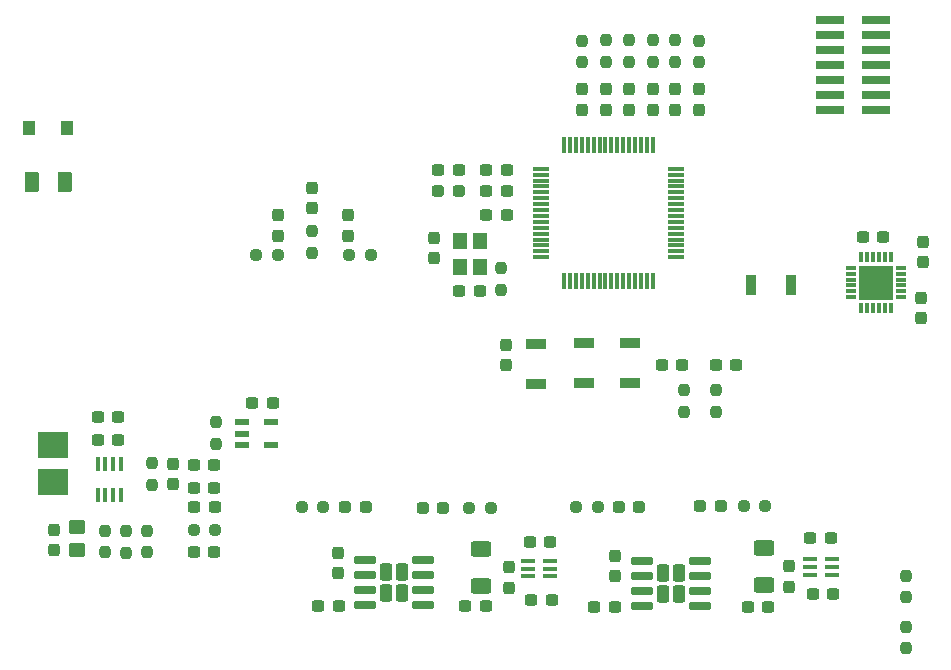
<source format=gbr>
%TF.GenerationSoftware,KiCad,Pcbnew,(7.0.0)*%
%TF.CreationDate,2023-10-26T11:16:44+02:00*%
%TF.ProjectId,Kyttiludzinator,4b797474-696c-4756-947a-696e61746f72,rev?*%
%TF.SameCoordinates,Original*%
%TF.FileFunction,Paste,Top*%
%TF.FilePolarity,Positive*%
%FSLAX46Y46*%
G04 Gerber Fmt 4.6, Leading zero omitted, Abs format (unit mm)*
G04 Created by KiCad (PCBNEW (7.0.0)) date 2023-10-26 11:16:44*
%MOMM*%
%LPD*%
G01*
G04 APERTURE LIST*
G04 Aperture macros list*
%AMRoundRect*
0 Rectangle with rounded corners*
0 $1 Rounding radius*
0 $2 $3 $4 $5 $6 $7 $8 $9 X,Y pos of 4 corners*
0 Add a 4 corners polygon primitive as box body*
4,1,4,$2,$3,$4,$5,$6,$7,$8,$9,$2,$3,0*
0 Add four circle primitives for the rounded corners*
1,1,$1+$1,$2,$3*
1,1,$1+$1,$4,$5*
1,1,$1+$1,$6,$7*
1,1,$1+$1,$8,$9*
0 Add four rect primitives between the rounded corners*
20,1,$1+$1,$2,$3,$4,$5,0*
20,1,$1+$1,$4,$5,$6,$7,0*
20,1,$1+$1,$6,$7,$8,$9,0*
20,1,$1+$1,$8,$9,$2,$3,0*%
G04 Aperture macros list end*
%ADD10RoundRect,0.237500X0.237500X-0.250000X0.237500X0.250000X-0.237500X0.250000X-0.237500X-0.250000X0*%
%ADD11RoundRect,0.237500X-0.300000X-0.237500X0.300000X-0.237500X0.300000X0.237500X-0.300000X0.237500X0*%
%ADD12RoundRect,0.237500X-0.237500X0.287500X-0.237500X-0.287500X0.237500X-0.287500X0.237500X0.287500X0*%
%ADD13RoundRect,0.237500X0.237500X-0.300000X0.237500X0.300000X-0.237500X0.300000X-0.237500X-0.300000X0*%
%ADD14RoundRect,0.237500X-0.237500X0.250000X-0.237500X-0.250000X0.237500X-0.250000X0.237500X0.250000X0*%
%ADD15RoundRect,0.250000X0.300000X0.485000X-0.300000X0.485000X-0.300000X-0.485000X0.300000X-0.485000X0*%
%ADD16RoundRect,0.150000X0.820000X0.150000X-0.820000X0.150000X-0.820000X-0.150000X0.820000X-0.150000X0*%
%ADD17RoundRect,0.250000X-0.450000X0.350000X-0.450000X-0.350000X0.450000X-0.350000X0.450000X0.350000X0*%
%ADD18RoundRect,0.237500X0.300000X0.237500X-0.300000X0.237500X-0.300000X-0.237500X0.300000X-0.237500X0*%
%ADD19RoundRect,0.237500X-0.237500X0.300000X-0.237500X-0.300000X0.237500X-0.300000X0.237500X0.300000X0*%
%ADD20RoundRect,0.237500X0.250000X0.237500X-0.250000X0.237500X-0.250000X-0.237500X0.250000X-0.237500X0*%
%ADD21R,1.200000X0.600000*%
%ADD22R,1.700000X0.900000*%
%ADD23RoundRect,0.250000X-0.625000X0.400000X-0.625000X-0.400000X0.625000X-0.400000X0.625000X0.400000X0*%
%ADD24R,0.300000X0.950000*%
%ADD25R,0.950000X0.300000*%
%ADD26R,2.990000X2.990000*%
%ADD27RoundRect,0.237500X0.237500X-0.287500X0.237500X0.287500X-0.237500X0.287500X-0.237500X-0.287500X0*%
%ADD28R,0.450000X1.150000*%
%ADD29RoundRect,0.237500X-0.287500X-0.237500X0.287500X-0.237500X0.287500X0.237500X-0.287500X0.237500X0*%
%ADD30R,1.200000X0.400000*%
%ADD31R,0.900000X1.700000*%
%ADD32RoundRect,0.237500X0.287500X0.237500X-0.287500X0.237500X-0.287500X-0.237500X0.287500X-0.237500X0*%
%ADD33R,1.200000X1.400000*%
%ADD34RoundRect,0.237500X-0.250000X-0.237500X0.250000X-0.237500X0.250000X0.237500X-0.250000X0.237500X0*%
%ADD35R,2.500000X2.200000*%
%ADD36R,1.120000X1.220000*%
%ADD37R,1.475000X0.300000*%
%ADD38R,0.300000X1.475000*%
%ADD39R,2.400000X0.740000*%
%ADD40RoundRect,0.250000X-0.375000X-0.625000X0.375000X-0.625000X0.375000X0.625000X-0.375000X0.625000X0*%
G04 APERTURE END LIST*
D10*
%TO.C,R205*%
X188341000Y-51990000D03*
X188341000Y-50165000D03*
%TD*%
D11*
%TO.C,C308*%
X145568500Y-86106000D03*
X147293500Y-86106000D03*
%TD*%
D12*
%TO.C,D205*%
X184404000Y-54243000D03*
X184404000Y-55993000D03*
%TD*%
D13*
%TO.C,C401*%
X157800000Y-95223500D03*
X157800000Y-93498500D03*
%TD*%
D14*
%TO.C,R202*%
X187071000Y-79732500D03*
X187071000Y-81557500D03*
%TD*%
D15*
%TO.C,U401*%
X186616000Y-97014000D03*
X186616000Y-95264000D03*
X185306000Y-97014000D03*
X185306000Y-95264000D03*
D16*
X188441000Y-98044000D03*
X188441000Y-96774000D03*
X188441000Y-95504000D03*
X188441000Y-94234000D03*
X183481000Y-94234000D03*
X183481000Y-95504000D03*
X183481000Y-96774000D03*
X183481000Y-98044000D03*
%TD*%
D17*
%TO.C,R303*%
X135636000Y-91305500D03*
X135636000Y-93305500D03*
%TD*%
D18*
%TO.C,C307*%
X147291000Y-87997500D03*
X145566000Y-87997500D03*
%TD*%
D13*
%TO.C,C402*%
X181229000Y-95477500D03*
X181229000Y-93752500D03*
%TD*%
D14*
%TO.C,R305*%
X141605000Y-91647000D03*
X141605000Y-93472000D03*
%TD*%
D19*
%TO.C,C304*%
X133731000Y-91570000D03*
X133731000Y-93295000D03*
%TD*%
D11*
%TO.C,C206*%
X185192500Y-77597000D03*
X186917500Y-77597000D03*
%TD*%
D20*
%TO.C,R402*%
X179756500Y-89600000D03*
X177931500Y-89600000D03*
%TD*%
D18*
%TO.C,C405*%
X199662500Y-97000000D03*
X197937500Y-97000000D03*
%TD*%
D21*
%TO.C,PS301*%
X149623499Y-82475499D03*
X149623499Y-83425499D03*
X149623499Y-84375499D03*
X152123499Y-84375499D03*
X152123499Y-82475499D03*
%TD*%
D18*
%TO.C,C410*%
X181200000Y-98100000D03*
X179475000Y-98100000D03*
%TD*%
D22*
%TO.C,SW202*%
X178561999Y-75769999D03*
X178561999Y-79169999D03*
%TD*%
D14*
%TO.C,R304*%
X139827000Y-91670500D03*
X139827000Y-93495500D03*
%TD*%
D23*
%TO.C,R406*%
X169900000Y-93200000D03*
X169900000Y-96300000D03*
%TD*%
D18*
%TO.C,C204*%
X191489500Y-77597000D03*
X189764500Y-77597000D03*
%TD*%
%TO.C,C303*%
X139163000Y-83933500D03*
X137438000Y-83933500D03*
%TD*%
D14*
%TO.C,R404*%
X155575000Y-66270500D03*
X155575000Y-68095500D03*
%TD*%
D24*
%TO.C,IC501*%
X202067999Y-72781999D03*
X202567999Y-72781999D03*
X203067999Y-72781999D03*
X203567999Y-72781999D03*
X204067999Y-72781999D03*
X204567999Y-72781999D03*
D25*
X205467999Y-71881999D03*
X205467999Y-71381999D03*
X205467999Y-70881999D03*
X205467999Y-70381999D03*
X205467999Y-69881999D03*
X205467999Y-69381999D03*
D24*
X204567999Y-68481999D03*
X204067999Y-68481999D03*
X203567999Y-68481999D03*
X203067999Y-68481999D03*
X202567999Y-68481999D03*
X202067999Y-68481999D03*
D25*
X201167999Y-69381999D03*
X201167999Y-69881999D03*
X201167999Y-70381999D03*
X201167999Y-70881999D03*
X201167999Y-71381999D03*
X201167999Y-71881999D03*
D26*
X203317999Y-70631999D03*
%TD*%
D18*
%TO.C,C309*%
X152246500Y-80800000D03*
X150521500Y-80800000D03*
%TD*%
%TO.C,C403*%
X175715000Y-92583000D03*
X173990000Y-92583000D03*
%TD*%
D27*
%TO.C,D404*%
X152654000Y-66661000D03*
X152654000Y-64911000D03*
%TD*%
D14*
%TO.C,R302*%
X138049000Y-91647000D03*
X138049000Y-93472000D03*
%TD*%
D11*
%TO.C,C408*%
X174137500Y-97500000D03*
X175862500Y-97500000D03*
%TD*%
D28*
%TO.C,U301*%
X139361499Y-86032499D03*
X138711499Y-86032499D03*
X138061499Y-86032499D03*
X137411499Y-86032499D03*
X137411499Y-88632499D03*
X138061499Y-88632499D03*
X138711499Y-88632499D03*
X139361499Y-88632499D03*
%TD*%
D14*
%TO.C,R407*%
X205867000Y-95457000D03*
X205867000Y-97282000D03*
%TD*%
%TO.C,R201*%
X189738000Y-79732500D03*
X189738000Y-81557500D03*
%TD*%
D12*
%TO.C,D204*%
X182372000Y-54257000D03*
X182372000Y-56007000D03*
%TD*%
D11*
%TO.C,C305*%
X145569000Y-93458500D03*
X147294000Y-93458500D03*
%TD*%
D29*
%TO.C,L201*%
X166257000Y-62865000D03*
X168007000Y-62865000D03*
%TD*%
D19*
%TO.C,C407*%
X172200000Y-94737500D03*
X172200000Y-96462500D03*
%TD*%
D10*
%TO.C,R203*%
X171577000Y-71270500D03*
X171577000Y-69445500D03*
%TD*%
D23*
%TO.C,R405*%
X193800000Y-93150000D03*
X193800000Y-96250000D03*
%TD*%
D10*
%TO.C,R307*%
X147424500Y-84272000D03*
X147424500Y-82447000D03*
%TD*%
D14*
%TO.C,R301*%
X141983500Y-85932000D03*
X141983500Y-87757000D03*
%TD*%
D18*
%TO.C,C203*%
X172058500Y-61087000D03*
X170333500Y-61087000D03*
%TD*%
%TO.C,C306*%
X147317500Y-89648500D03*
X145592500Y-89648500D03*
%TD*%
D11*
%TO.C,C209*%
X168047500Y-71374000D03*
X169772500Y-71374000D03*
%TD*%
D10*
%TO.C,R208*%
X184404000Y-51966500D03*
X184404000Y-50141500D03*
%TD*%
D15*
%TO.C,U402*%
X163154000Y-96887000D03*
X163154000Y-95137000D03*
X161844000Y-96887000D03*
X161844000Y-95137000D03*
D16*
X164979000Y-97917000D03*
X164979000Y-96647000D03*
X164979000Y-95377000D03*
X164979000Y-94107000D03*
X160019000Y-94107000D03*
X160019000Y-95377000D03*
X160019000Y-96647000D03*
X160019000Y-97917000D03*
%TD*%
D30*
%TO.C,IC402*%
X175734999Y-95499999D03*
X175734999Y-94849999D03*
X175734999Y-94199999D03*
X173834999Y-94199999D03*
X173834999Y-94849999D03*
X173834999Y-95499999D03*
%TD*%
D19*
%TO.C,C207*%
X172000000Y-75900000D03*
X172000000Y-77625000D03*
%TD*%
D31*
%TO.C,SW204*%
X192736999Y-70865999D03*
X196136999Y-70865999D03*
%TD*%
D10*
%TO.C,R207*%
X182372000Y-51966500D03*
X182372000Y-50141500D03*
%TD*%
D18*
%TO.C,C201*%
X172058500Y-64897000D03*
X170333500Y-64897000D03*
%TD*%
D20*
%TO.C,R404*%
X156500000Y-89600000D03*
X154675000Y-89600000D03*
%TD*%
D32*
%TO.C,D403*%
X166675000Y-89700000D03*
X164925000Y-89700000D03*
%TD*%
%TO.C,D401*%
X190185000Y-89535000D03*
X188435000Y-89535000D03*
%TD*%
D33*
%TO.C,Y201*%
X169798999Y-69341999D03*
X169798999Y-67141999D03*
X168098999Y-67141999D03*
X168098999Y-69341999D03*
%TD*%
D29*
%TO.C,D404*%
X158395500Y-89600000D03*
X160145500Y-89600000D03*
%TD*%
D18*
%TO.C,C503*%
X203935500Y-66802000D03*
X202210500Y-66802000D03*
%TD*%
D19*
%TO.C,C208*%
X165862000Y-66855000D03*
X165862000Y-68580000D03*
%TD*%
D34*
%TO.C,R403*%
X168890500Y-89700000D03*
X170715500Y-89700000D03*
%TD*%
D18*
%TO.C,C412*%
X157834500Y-98000000D03*
X156109500Y-98000000D03*
%TD*%
D11*
%TO.C,C411*%
X168537500Y-98000000D03*
X170262500Y-98000000D03*
%TD*%
D18*
%TO.C,C202*%
X172058500Y-62865000D03*
X170333500Y-62865000D03*
%TD*%
%TO.C,C301*%
X139165500Y-82028500D03*
X137440500Y-82028500D03*
%TD*%
D12*
%TO.C,D203*%
X186309000Y-54243000D03*
X186309000Y-55993000D03*
%TD*%
D13*
%TO.C,C501*%
X207137000Y-73633500D03*
X207137000Y-71908500D03*
%TD*%
D34*
%TO.C,R306*%
X145542500Y-91553500D03*
X147367500Y-91553500D03*
%TD*%
%TO.C,R401*%
X192104000Y-89535000D03*
X193929000Y-89535000D03*
%TD*%
D30*
%TO.C,IC401*%
X197726999Y-94076999D03*
X199626999Y-95376999D03*
X199626999Y-94726999D03*
X199626999Y-94076999D03*
X197726999Y-94726999D03*
X197726999Y-95376999D03*
%TD*%
D22*
%TO.C,SW201*%
X174497999Y-75818999D03*
X174497999Y-79218999D03*
%TD*%
D20*
%TO.C,R404*%
X152677500Y-68326000D03*
X150852500Y-68326000D03*
%TD*%
D10*
%TO.C,R204*%
X178435000Y-51990000D03*
X178435000Y-50165000D03*
%TD*%
D35*
%TO.C,L301*%
X133601499Y-87489499D03*
X133601499Y-84389499D03*
%TD*%
D14*
%TO.C,R408*%
X205867000Y-99775000D03*
X205867000Y-101600000D03*
%TD*%
D19*
%TO.C,C302*%
X143761500Y-85992000D03*
X143761500Y-87717000D03*
%TD*%
D11*
%TO.C,C409*%
X192475000Y-98100000D03*
X194200000Y-98100000D03*
%TD*%
D36*
%TO.C,D301*%
X134822999Y-57530999D03*
X131622999Y-57530999D03*
%TD*%
D37*
%TO.C,IC201*%
X174915999Y-60996999D03*
X174915999Y-61496999D03*
X174915999Y-61996999D03*
X174915999Y-62496999D03*
X174915999Y-62996999D03*
X174915999Y-63496999D03*
X174915999Y-63996999D03*
X174915999Y-64496999D03*
X174915999Y-64996999D03*
X174915999Y-65496999D03*
X174915999Y-65996999D03*
X174915999Y-66496999D03*
X174915999Y-66996999D03*
X174915999Y-67496999D03*
X174915999Y-67996999D03*
X174915999Y-68496999D03*
D38*
X176903999Y-70484999D03*
X177403999Y-70484999D03*
X177903999Y-70484999D03*
X178403999Y-70484999D03*
X178903999Y-70484999D03*
X179403999Y-70484999D03*
X179903999Y-70484999D03*
X180403999Y-70484999D03*
X180903999Y-70484999D03*
X181403999Y-70484999D03*
X181903999Y-70484999D03*
X182403999Y-70484999D03*
X182903999Y-70484999D03*
X183403999Y-70484999D03*
X183903999Y-70484999D03*
X184403999Y-70484999D03*
D37*
X186391999Y-68496999D03*
X186391999Y-67996999D03*
X186391999Y-67496999D03*
X186391999Y-66996999D03*
X186391999Y-66496999D03*
X186391999Y-65996999D03*
X186391999Y-65496999D03*
X186391999Y-64996999D03*
X186391999Y-64496999D03*
X186391999Y-63996999D03*
X186391999Y-63496999D03*
X186391999Y-62996999D03*
X186391999Y-62496999D03*
X186391999Y-61996999D03*
X186391999Y-61496999D03*
X186391999Y-60996999D03*
D38*
X184403999Y-59008999D03*
X183903999Y-59008999D03*
X183403999Y-59008999D03*
X182903999Y-59008999D03*
X182403999Y-59008999D03*
X181903999Y-59008999D03*
X181403999Y-59008999D03*
X180903999Y-59008999D03*
X180403999Y-59008999D03*
X179903999Y-59008999D03*
X179403999Y-59008999D03*
X178903999Y-59008999D03*
X178403999Y-59008999D03*
X177903999Y-59008999D03*
X177403999Y-59008999D03*
X176903999Y-59008999D03*
%TD*%
D12*
%TO.C,D202*%
X188341000Y-54243000D03*
X188341000Y-55993000D03*
%TD*%
D18*
%TO.C,C205*%
X167994500Y-61087000D03*
X166269500Y-61087000D03*
%TD*%
D19*
%TO.C,C502*%
X207264000Y-67209500D03*
X207264000Y-68934500D03*
%TD*%
D29*
%TO.C,D402*%
X181525000Y-89600000D03*
X183275000Y-89600000D03*
%TD*%
D18*
%TO.C,C404*%
X199468500Y-92299000D03*
X197743500Y-92299000D03*
%TD*%
D27*
%TO.C,D404*%
X158623000Y-66661000D03*
X158623000Y-64911000D03*
%TD*%
D39*
%TO.C,J201*%
X203289999Y-56006999D03*
X199389999Y-56006999D03*
X203289999Y-54736999D03*
X199389999Y-54736999D03*
X203289999Y-53466999D03*
X199389999Y-53466999D03*
X203289999Y-52196999D03*
X199389999Y-52196999D03*
X203289999Y-50926999D03*
X199389999Y-50926999D03*
X203289999Y-49656999D03*
X199389999Y-49656999D03*
X203289999Y-48386999D03*
X199389999Y-48386999D03*
%TD*%
D10*
%TO.C,R209*%
X180467000Y-51966500D03*
X180467000Y-50141500D03*
%TD*%
D40*
%TO.C,F301*%
X131823000Y-62103000D03*
X134623000Y-62103000D03*
%TD*%
D22*
%TO.C,SW203*%
X182498999Y-75769999D03*
X182498999Y-79169999D03*
%TD*%
D20*
%TO.C,R404*%
X160551500Y-68326000D03*
X158726500Y-68326000D03*
%TD*%
D12*
%TO.C,D201*%
X178435000Y-54243000D03*
X178435000Y-55993000D03*
%TD*%
D27*
%TO.C,D404*%
X155575000Y-64361000D03*
X155575000Y-62611000D03*
%TD*%
D19*
%TO.C,C406*%
X195949000Y-94675000D03*
X195949000Y-96400000D03*
%TD*%
D10*
%TO.C,R206*%
X186309000Y-51966500D03*
X186309000Y-50141500D03*
%TD*%
D12*
%TO.C,D206*%
X180434000Y-54257000D03*
X180434000Y-56007000D03*
%TD*%
M02*

</source>
